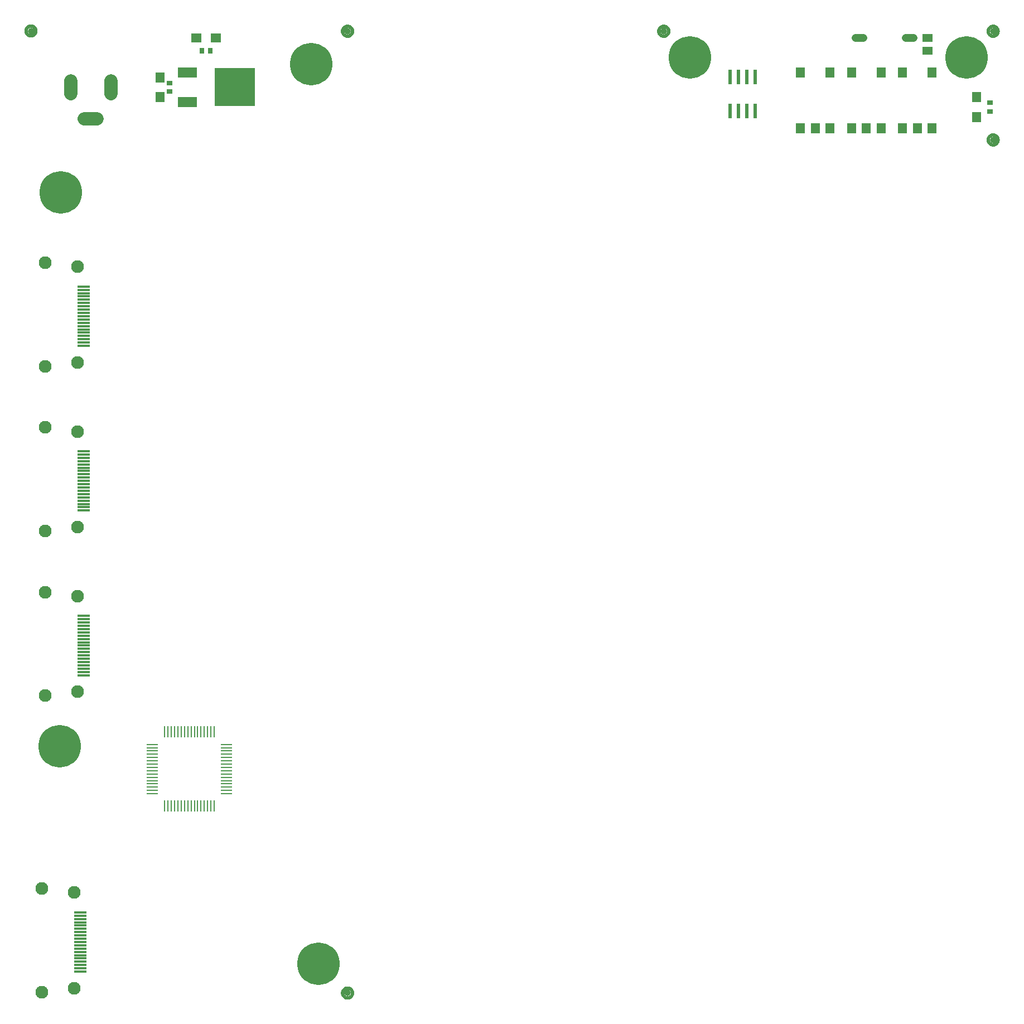
<source format=gbr>
G04 EAGLE Gerber RS-274X export*
G75*
%MOMM*%
%FSLAX34Y34*%
%LPD*%
%INSoldermask Top*%
%IPPOS*%
%AMOC8*
5,1,8,0,0,1.08239X$1,22.5*%
G01*
%ADD10R,0.700000X0.900000*%
%ADD11R,0.900000X0.700000*%
%ADD12R,1.400000X1.600000*%
%ADD13R,1.600000X1.400000*%
%ADD14C,2.000000*%
%ADD15C,1.000000*%
%ADD16C,0.500000*%
%ADD17R,1.900000X0.300000*%
%ADD18C,1.950000*%
%ADD19R,0.600000X2.200000*%
%ADD20R,6.200000X5.800000*%
%ADD21R,3.000000X1.600000*%
%ADD22R,1.500000X1.300000*%
%ADD23C,1.219200*%
%ADD24C,6.451600*%
%ADD25R,1.651900X0.280000*%
%ADD26R,0.280000X1.651900*%


D10*
X291500Y1450000D03*
X278500Y1450000D03*
D11*
X230000Y1388500D03*
X230000Y1401500D03*
D12*
X1455000Y1380000D03*
X1455000Y1350000D03*
D11*
X1475000Y1371500D03*
X1475000Y1358500D03*
D13*
X300000Y1470000D03*
X270000Y1470000D03*
D12*
X215000Y1380000D03*
X215000Y1410000D03*
D14*
X141000Y1405000D02*
X141000Y1385000D01*
X80000Y1385000D02*
X80000Y1405000D01*
X100000Y1347000D02*
X120000Y1347000D01*
D15*
X19400Y1480400D03*
D16*
X19400Y1487900D02*
X19219Y1487898D01*
X19038Y1487891D01*
X18857Y1487880D01*
X18676Y1487865D01*
X18496Y1487845D01*
X18316Y1487821D01*
X18137Y1487793D01*
X17959Y1487760D01*
X17782Y1487723D01*
X17605Y1487682D01*
X17430Y1487637D01*
X17255Y1487587D01*
X17082Y1487533D01*
X16911Y1487475D01*
X16740Y1487413D01*
X16572Y1487346D01*
X16405Y1487276D01*
X16239Y1487202D01*
X16076Y1487123D01*
X15915Y1487041D01*
X15755Y1486955D01*
X15598Y1486865D01*
X15443Y1486771D01*
X15290Y1486674D01*
X15140Y1486572D01*
X14992Y1486468D01*
X14846Y1486359D01*
X14704Y1486248D01*
X14564Y1486132D01*
X14427Y1486014D01*
X14292Y1485892D01*
X14161Y1485767D01*
X14033Y1485639D01*
X13908Y1485508D01*
X13786Y1485373D01*
X13668Y1485236D01*
X13552Y1485096D01*
X13441Y1484954D01*
X13332Y1484808D01*
X13228Y1484660D01*
X13126Y1484510D01*
X13029Y1484357D01*
X12935Y1484202D01*
X12845Y1484045D01*
X12759Y1483885D01*
X12677Y1483724D01*
X12598Y1483561D01*
X12524Y1483395D01*
X12454Y1483228D01*
X12387Y1483060D01*
X12325Y1482889D01*
X12267Y1482718D01*
X12213Y1482545D01*
X12163Y1482370D01*
X12118Y1482195D01*
X12077Y1482018D01*
X12040Y1481841D01*
X12007Y1481663D01*
X11979Y1481484D01*
X11955Y1481304D01*
X11935Y1481124D01*
X11920Y1480943D01*
X11909Y1480762D01*
X11902Y1480581D01*
X11900Y1480400D01*
X19400Y1487900D02*
X19581Y1487898D01*
X19762Y1487891D01*
X19943Y1487880D01*
X20124Y1487865D01*
X20304Y1487845D01*
X20484Y1487821D01*
X20663Y1487793D01*
X20841Y1487760D01*
X21018Y1487723D01*
X21195Y1487682D01*
X21370Y1487637D01*
X21545Y1487587D01*
X21718Y1487533D01*
X21889Y1487475D01*
X22060Y1487413D01*
X22228Y1487346D01*
X22395Y1487276D01*
X22561Y1487202D01*
X22724Y1487123D01*
X22885Y1487041D01*
X23045Y1486955D01*
X23202Y1486865D01*
X23357Y1486771D01*
X23510Y1486674D01*
X23660Y1486572D01*
X23808Y1486468D01*
X23954Y1486359D01*
X24096Y1486248D01*
X24236Y1486132D01*
X24373Y1486014D01*
X24508Y1485892D01*
X24639Y1485767D01*
X24767Y1485639D01*
X24892Y1485508D01*
X25014Y1485373D01*
X25132Y1485236D01*
X25248Y1485096D01*
X25359Y1484954D01*
X25468Y1484808D01*
X25572Y1484660D01*
X25674Y1484510D01*
X25771Y1484357D01*
X25865Y1484202D01*
X25955Y1484045D01*
X26041Y1483885D01*
X26123Y1483724D01*
X26202Y1483561D01*
X26276Y1483395D01*
X26346Y1483228D01*
X26413Y1483060D01*
X26475Y1482889D01*
X26533Y1482718D01*
X26587Y1482545D01*
X26637Y1482370D01*
X26682Y1482195D01*
X26723Y1482018D01*
X26760Y1481841D01*
X26793Y1481663D01*
X26821Y1481484D01*
X26845Y1481304D01*
X26865Y1481124D01*
X26880Y1480943D01*
X26891Y1480762D01*
X26898Y1480581D01*
X26900Y1480400D01*
X26898Y1480219D01*
X26891Y1480038D01*
X26880Y1479857D01*
X26865Y1479676D01*
X26845Y1479496D01*
X26821Y1479316D01*
X26793Y1479137D01*
X26760Y1478959D01*
X26723Y1478782D01*
X26682Y1478605D01*
X26637Y1478430D01*
X26587Y1478255D01*
X26533Y1478082D01*
X26475Y1477911D01*
X26413Y1477740D01*
X26346Y1477572D01*
X26276Y1477405D01*
X26202Y1477239D01*
X26123Y1477076D01*
X26041Y1476915D01*
X25955Y1476755D01*
X25865Y1476598D01*
X25771Y1476443D01*
X25674Y1476290D01*
X25572Y1476140D01*
X25468Y1475992D01*
X25359Y1475846D01*
X25248Y1475704D01*
X25132Y1475564D01*
X25014Y1475427D01*
X24892Y1475292D01*
X24767Y1475161D01*
X24639Y1475033D01*
X24508Y1474908D01*
X24373Y1474786D01*
X24236Y1474668D01*
X24096Y1474552D01*
X23954Y1474441D01*
X23808Y1474332D01*
X23660Y1474228D01*
X23510Y1474126D01*
X23357Y1474029D01*
X23202Y1473935D01*
X23045Y1473845D01*
X22885Y1473759D01*
X22724Y1473677D01*
X22561Y1473598D01*
X22395Y1473524D01*
X22228Y1473454D01*
X22060Y1473387D01*
X21889Y1473325D01*
X21718Y1473267D01*
X21545Y1473213D01*
X21370Y1473163D01*
X21195Y1473118D01*
X21018Y1473077D01*
X20841Y1473040D01*
X20663Y1473007D01*
X20484Y1472979D01*
X20304Y1472955D01*
X20124Y1472935D01*
X19943Y1472920D01*
X19762Y1472909D01*
X19581Y1472902D01*
X19400Y1472900D01*
X19219Y1472902D01*
X19038Y1472909D01*
X18857Y1472920D01*
X18676Y1472935D01*
X18496Y1472955D01*
X18316Y1472979D01*
X18137Y1473007D01*
X17959Y1473040D01*
X17782Y1473077D01*
X17605Y1473118D01*
X17430Y1473163D01*
X17255Y1473213D01*
X17082Y1473267D01*
X16911Y1473325D01*
X16740Y1473387D01*
X16572Y1473454D01*
X16405Y1473524D01*
X16239Y1473598D01*
X16076Y1473677D01*
X15915Y1473759D01*
X15755Y1473845D01*
X15598Y1473935D01*
X15443Y1474029D01*
X15290Y1474126D01*
X15140Y1474228D01*
X14992Y1474332D01*
X14846Y1474441D01*
X14704Y1474552D01*
X14564Y1474668D01*
X14427Y1474786D01*
X14292Y1474908D01*
X14161Y1475033D01*
X14033Y1475161D01*
X13908Y1475292D01*
X13786Y1475427D01*
X13668Y1475564D01*
X13552Y1475704D01*
X13441Y1475846D01*
X13332Y1475992D01*
X13228Y1476140D01*
X13126Y1476290D01*
X13029Y1476443D01*
X12935Y1476598D01*
X12845Y1476755D01*
X12759Y1476915D01*
X12677Y1477076D01*
X12598Y1477239D01*
X12524Y1477405D01*
X12454Y1477572D01*
X12387Y1477740D01*
X12325Y1477911D01*
X12267Y1478082D01*
X12213Y1478255D01*
X12163Y1478430D01*
X12118Y1478605D01*
X12077Y1478782D01*
X12040Y1478959D01*
X12007Y1479137D01*
X11979Y1479316D01*
X11955Y1479496D01*
X11935Y1479676D01*
X11920Y1479857D01*
X11909Y1480038D01*
X11902Y1480219D01*
X11900Y1480400D01*
D15*
X500000Y20000D03*
D16*
X500000Y27500D02*
X499819Y27498D01*
X499638Y27491D01*
X499457Y27480D01*
X499276Y27465D01*
X499096Y27445D01*
X498916Y27421D01*
X498737Y27393D01*
X498559Y27360D01*
X498382Y27323D01*
X498205Y27282D01*
X498030Y27237D01*
X497855Y27187D01*
X497682Y27133D01*
X497511Y27075D01*
X497340Y27013D01*
X497172Y26946D01*
X497005Y26876D01*
X496839Y26802D01*
X496676Y26723D01*
X496515Y26641D01*
X496355Y26555D01*
X496198Y26465D01*
X496043Y26371D01*
X495890Y26274D01*
X495740Y26172D01*
X495592Y26068D01*
X495446Y25959D01*
X495304Y25848D01*
X495164Y25732D01*
X495027Y25614D01*
X494892Y25492D01*
X494761Y25367D01*
X494633Y25239D01*
X494508Y25108D01*
X494386Y24973D01*
X494268Y24836D01*
X494152Y24696D01*
X494041Y24554D01*
X493932Y24408D01*
X493828Y24260D01*
X493726Y24110D01*
X493629Y23957D01*
X493535Y23802D01*
X493445Y23645D01*
X493359Y23485D01*
X493277Y23324D01*
X493198Y23161D01*
X493124Y22995D01*
X493054Y22828D01*
X492987Y22660D01*
X492925Y22489D01*
X492867Y22318D01*
X492813Y22145D01*
X492763Y21970D01*
X492718Y21795D01*
X492677Y21618D01*
X492640Y21441D01*
X492607Y21263D01*
X492579Y21084D01*
X492555Y20904D01*
X492535Y20724D01*
X492520Y20543D01*
X492509Y20362D01*
X492502Y20181D01*
X492500Y20000D01*
X500000Y27500D02*
X500181Y27498D01*
X500362Y27491D01*
X500543Y27480D01*
X500724Y27465D01*
X500904Y27445D01*
X501084Y27421D01*
X501263Y27393D01*
X501441Y27360D01*
X501618Y27323D01*
X501795Y27282D01*
X501970Y27237D01*
X502145Y27187D01*
X502318Y27133D01*
X502489Y27075D01*
X502660Y27013D01*
X502828Y26946D01*
X502995Y26876D01*
X503161Y26802D01*
X503324Y26723D01*
X503485Y26641D01*
X503645Y26555D01*
X503802Y26465D01*
X503957Y26371D01*
X504110Y26274D01*
X504260Y26172D01*
X504408Y26068D01*
X504554Y25959D01*
X504696Y25848D01*
X504836Y25732D01*
X504973Y25614D01*
X505108Y25492D01*
X505239Y25367D01*
X505367Y25239D01*
X505492Y25108D01*
X505614Y24973D01*
X505732Y24836D01*
X505848Y24696D01*
X505959Y24554D01*
X506068Y24408D01*
X506172Y24260D01*
X506274Y24110D01*
X506371Y23957D01*
X506465Y23802D01*
X506555Y23645D01*
X506641Y23485D01*
X506723Y23324D01*
X506802Y23161D01*
X506876Y22995D01*
X506946Y22828D01*
X507013Y22660D01*
X507075Y22489D01*
X507133Y22318D01*
X507187Y22145D01*
X507237Y21970D01*
X507282Y21795D01*
X507323Y21618D01*
X507360Y21441D01*
X507393Y21263D01*
X507421Y21084D01*
X507445Y20904D01*
X507465Y20724D01*
X507480Y20543D01*
X507491Y20362D01*
X507498Y20181D01*
X507500Y20000D01*
X507498Y19819D01*
X507491Y19638D01*
X507480Y19457D01*
X507465Y19276D01*
X507445Y19096D01*
X507421Y18916D01*
X507393Y18737D01*
X507360Y18559D01*
X507323Y18382D01*
X507282Y18205D01*
X507237Y18030D01*
X507187Y17855D01*
X507133Y17682D01*
X507075Y17511D01*
X507013Y17340D01*
X506946Y17172D01*
X506876Y17005D01*
X506802Y16839D01*
X506723Y16676D01*
X506641Y16515D01*
X506555Y16355D01*
X506465Y16198D01*
X506371Y16043D01*
X506274Y15890D01*
X506172Y15740D01*
X506068Y15592D01*
X505959Y15446D01*
X505848Y15304D01*
X505732Y15164D01*
X505614Y15027D01*
X505492Y14892D01*
X505367Y14761D01*
X505239Y14633D01*
X505108Y14508D01*
X504973Y14386D01*
X504836Y14268D01*
X504696Y14152D01*
X504554Y14041D01*
X504408Y13932D01*
X504260Y13828D01*
X504110Y13726D01*
X503957Y13629D01*
X503802Y13535D01*
X503645Y13445D01*
X503485Y13359D01*
X503324Y13277D01*
X503161Y13198D01*
X502995Y13124D01*
X502828Y13054D01*
X502660Y12987D01*
X502489Y12925D01*
X502318Y12867D01*
X502145Y12813D01*
X501970Y12763D01*
X501795Y12718D01*
X501618Y12677D01*
X501441Y12640D01*
X501263Y12607D01*
X501084Y12579D01*
X500904Y12555D01*
X500724Y12535D01*
X500543Y12520D01*
X500362Y12509D01*
X500181Y12502D01*
X500000Y12500D01*
X499819Y12502D01*
X499638Y12509D01*
X499457Y12520D01*
X499276Y12535D01*
X499096Y12555D01*
X498916Y12579D01*
X498737Y12607D01*
X498559Y12640D01*
X498382Y12677D01*
X498205Y12718D01*
X498030Y12763D01*
X497855Y12813D01*
X497682Y12867D01*
X497511Y12925D01*
X497340Y12987D01*
X497172Y13054D01*
X497005Y13124D01*
X496839Y13198D01*
X496676Y13277D01*
X496515Y13359D01*
X496355Y13445D01*
X496198Y13535D01*
X496043Y13629D01*
X495890Y13726D01*
X495740Y13828D01*
X495592Y13932D01*
X495446Y14041D01*
X495304Y14152D01*
X495164Y14268D01*
X495027Y14386D01*
X494892Y14508D01*
X494761Y14633D01*
X494633Y14761D01*
X494508Y14892D01*
X494386Y15027D01*
X494268Y15164D01*
X494152Y15304D01*
X494041Y15446D01*
X493932Y15592D01*
X493828Y15740D01*
X493726Y15890D01*
X493629Y16043D01*
X493535Y16198D01*
X493445Y16355D01*
X493359Y16515D01*
X493277Y16676D01*
X493198Y16839D01*
X493124Y17005D01*
X493054Y17172D01*
X492987Y17340D01*
X492925Y17511D01*
X492867Y17682D01*
X492813Y17855D01*
X492763Y18030D01*
X492718Y18205D01*
X492677Y18382D01*
X492640Y18559D01*
X492607Y18737D01*
X492579Y18916D01*
X492555Y19096D01*
X492535Y19276D01*
X492520Y19457D01*
X492509Y19638D01*
X492502Y19819D01*
X492500Y20000D01*
D15*
X500000Y1480000D03*
D16*
X500000Y1487500D02*
X499819Y1487498D01*
X499638Y1487491D01*
X499457Y1487480D01*
X499276Y1487465D01*
X499096Y1487445D01*
X498916Y1487421D01*
X498737Y1487393D01*
X498559Y1487360D01*
X498382Y1487323D01*
X498205Y1487282D01*
X498030Y1487237D01*
X497855Y1487187D01*
X497682Y1487133D01*
X497511Y1487075D01*
X497340Y1487013D01*
X497172Y1486946D01*
X497005Y1486876D01*
X496839Y1486802D01*
X496676Y1486723D01*
X496515Y1486641D01*
X496355Y1486555D01*
X496198Y1486465D01*
X496043Y1486371D01*
X495890Y1486274D01*
X495740Y1486172D01*
X495592Y1486068D01*
X495446Y1485959D01*
X495304Y1485848D01*
X495164Y1485732D01*
X495027Y1485614D01*
X494892Y1485492D01*
X494761Y1485367D01*
X494633Y1485239D01*
X494508Y1485108D01*
X494386Y1484973D01*
X494268Y1484836D01*
X494152Y1484696D01*
X494041Y1484554D01*
X493932Y1484408D01*
X493828Y1484260D01*
X493726Y1484110D01*
X493629Y1483957D01*
X493535Y1483802D01*
X493445Y1483645D01*
X493359Y1483485D01*
X493277Y1483324D01*
X493198Y1483161D01*
X493124Y1482995D01*
X493054Y1482828D01*
X492987Y1482660D01*
X492925Y1482489D01*
X492867Y1482318D01*
X492813Y1482145D01*
X492763Y1481970D01*
X492718Y1481795D01*
X492677Y1481618D01*
X492640Y1481441D01*
X492607Y1481263D01*
X492579Y1481084D01*
X492555Y1480904D01*
X492535Y1480724D01*
X492520Y1480543D01*
X492509Y1480362D01*
X492502Y1480181D01*
X492500Y1480000D01*
X500000Y1487500D02*
X500181Y1487498D01*
X500362Y1487491D01*
X500543Y1487480D01*
X500724Y1487465D01*
X500904Y1487445D01*
X501084Y1487421D01*
X501263Y1487393D01*
X501441Y1487360D01*
X501618Y1487323D01*
X501795Y1487282D01*
X501970Y1487237D01*
X502145Y1487187D01*
X502318Y1487133D01*
X502489Y1487075D01*
X502660Y1487013D01*
X502828Y1486946D01*
X502995Y1486876D01*
X503161Y1486802D01*
X503324Y1486723D01*
X503485Y1486641D01*
X503645Y1486555D01*
X503802Y1486465D01*
X503957Y1486371D01*
X504110Y1486274D01*
X504260Y1486172D01*
X504408Y1486068D01*
X504554Y1485959D01*
X504696Y1485848D01*
X504836Y1485732D01*
X504973Y1485614D01*
X505108Y1485492D01*
X505239Y1485367D01*
X505367Y1485239D01*
X505492Y1485108D01*
X505614Y1484973D01*
X505732Y1484836D01*
X505848Y1484696D01*
X505959Y1484554D01*
X506068Y1484408D01*
X506172Y1484260D01*
X506274Y1484110D01*
X506371Y1483957D01*
X506465Y1483802D01*
X506555Y1483645D01*
X506641Y1483485D01*
X506723Y1483324D01*
X506802Y1483161D01*
X506876Y1482995D01*
X506946Y1482828D01*
X507013Y1482660D01*
X507075Y1482489D01*
X507133Y1482318D01*
X507187Y1482145D01*
X507237Y1481970D01*
X507282Y1481795D01*
X507323Y1481618D01*
X507360Y1481441D01*
X507393Y1481263D01*
X507421Y1481084D01*
X507445Y1480904D01*
X507465Y1480724D01*
X507480Y1480543D01*
X507491Y1480362D01*
X507498Y1480181D01*
X507500Y1480000D01*
X507498Y1479819D01*
X507491Y1479638D01*
X507480Y1479457D01*
X507465Y1479276D01*
X507445Y1479096D01*
X507421Y1478916D01*
X507393Y1478737D01*
X507360Y1478559D01*
X507323Y1478382D01*
X507282Y1478205D01*
X507237Y1478030D01*
X507187Y1477855D01*
X507133Y1477682D01*
X507075Y1477511D01*
X507013Y1477340D01*
X506946Y1477172D01*
X506876Y1477005D01*
X506802Y1476839D01*
X506723Y1476676D01*
X506641Y1476515D01*
X506555Y1476355D01*
X506465Y1476198D01*
X506371Y1476043D01*
X506274Y1475890D01*
X506172Y1475740D01*
X506068Y1475592D01*
X505959Y1475446D01*
X505848Y1475304D01*
X505732Y1475164D01*
X505614Y1475027D01*
X505492Y1474892D01*
X505367Y1474761D01*
X505239Y1474633D01*
X505108Y1474508D01*
X504973Y1474386D01*
X504836Y1474268D01*
X504696Y1474152D01*
X504554Y1474041D01*
X504408Y1473932D01*
X504260Y1473828D01*
X504110Y1473726D01*
X503957Y1473629D01*
X503802Y1473535D01*
X503645Y1473445D01*
X503485Y1473359D01*
X503324Y1473277D01*
X503161Y1473198D01*
X502995Y1473124D01*
X502828Y1473054D01*
X502660Y1472987D01*
X502489Y1472925D01*
X502318Y1472867D01*
X502145Y1472813D01*
X501970Y1472763D01*
X501795Y1472718D01*
X501618Y1472677D01*
X501441Y1472640D01*
X501263Y1472607D01*
X501084Y1472579D01*
X500904Y1472555D01*
X500724Y1472535D01*
X500543Y1472520D01*
X500362Y1472509D01*
X500181Y1472502D01*
X500000Y1472500D01*
X499819Y1472502D01*
X499638Y1472509D01*
X499457Y1472520D01*
X499276Y1472535D01*
X499096Y1472555D01*
X498916Y1472579D01*
X498737Y1472607D01*
X498559Y1472640D01*
X498382Y1472677D01*
X498205Y1472718D01*
X498030Y1472763D01*
X497855Y1472813D01*
X497682Y1472867D01*
X497511Y1472925D01*
X497340Y1472987D01*
X497172Y1473054D01*
X497005Y1473124D01*
X496839Y1473198D01*
X496676Y1473277D01*
X496515Y1473359D01*
X496355Y1473445D01*
X496198Y1473535D01*
X496043Y1473629D01*
X495890Y1473726D01*
X495740Y1473828D01*
X495592Y1473932D01*
X495446Y1474041D01*
X495304Y1474152D01*
X495164Y1474268D01*
X495027Y1474386D01*
X494892Y1474508D01*
X494761Y1474633D01*
X494633Y1474761D01*
X494508Y1474892D01*
X494386Y1475027D01*
X494268Y1475164D01*
X494152Y1475304D01*
X494041Y1475446D01*
X493932Y1475592D01*
X493828Y1475740D01*
X493726Y1475890D01*
X493629Y1476043D01*
X493535Y1476198D01*
X493445Y1476355D01*
X493359Y1476515D01*
X493277Y1476676D01*
X493198Y1476839D01*
X493124Y1477005D01*
X493054Y1477172D01*
X492987Y1477340D01*
X492925Y1477511D01*
X492867Y1477682D01*
X492813Y1477855D01*
X492763Y1478030D01*
X492718Y1478205D01*
X492677Y1478382D01*
X492640Y1478559D01*
X492607Y1478737D01*
X492579Y1478916D01*
X492555Y1479096D01*
X492535Y1479276D01*
X492520Y1479457D01*
X492509Y1479638D01*
X492502Y1479819D01*
X492500Y1480000D01*
D15*
X980000Y1480000D03*
D16*
X980000Y1487500D02*
X979819Y1487498D01*
X979638Y1487491D01*
X979457Y1487480D01*
X979276Y1487465D01*
X979096Y1487445D01*
X978916Y1487421D01*
X978737Y1487393D01*
X978559Y1487360D01*
X978382Y1487323D01*
X978205Y1487282D01*
X978030Y1487237D01*
X977855Y1487187D01*
X977682Y1487133D01*
X977511Y1487075D01*
X977340Y1487013D01*
X977172Y1486946D01*
X977005Y1486876D01*
X976839Y1486802D01*
X976676Y1486723D01*
X976515Y1486641D01*
X976355Y1486555D01*
X976198Y1486465D01*
X976043Y1486371D01*
X975890Y1486274D01*
X975740Y1486172D01*
X975592Y1486068D01*
X975446Y1485959D01*
X975304Y1485848D01*
X975164Y1485732D01*
X975027Y1485614D01*
X974892Y1485492D01*
X974761Y1485367D01*
X974633Y1485239D01*
X974508Y1485108D01*
X974386Y1484973D01*
X974268Y1484836D01*
X974152Y1484696D01*
X974041Y1484554D01*
X973932Y1484408D01*
X973828Y1484260D01*
X973726Y1484110D01*
X973629Y1483957D01*
X973535Y1483802D01*
X973445Y1483645D01*
X973359Y1483485D01*
X973277Y1483324D01*
X973198Y1483161D01*
X973124Y1482995D01*
X973054Y1482828D01*
X972987Y1482660D01*
X972925Y1482489D01*
X972867Y1482318D01*
X972813Y1482145D01*
X972763Y1481970D01*
X972718Y1481795D01*
X972677Y1481618D01*
X972640Y1481441D01*
X972607Y1481263D01*
X972579Y1481084D01*
X972555Y1480904D01*
X972535Y1480724D01*
X972520Y1480543D01*
X972509Y1480362D01*
X972502Y1480181D01*
X972500Y1480000D01*
X980000Y1487500D02*
X980181Y1487498D01*
X980362Y1487491D01*
X980543Y1487480D01*
X980724Y1487465D01*
X980904Y1487445D01*
X981084Y1487421D01*
X981263Y1487393D01*
X981441Y1487360D01*
X981618Y1487323D01*
X981795Y1487282D01*
X981970Y1487237D01*
X982145Y1487187D01*
X982318Y1487133D01*
X982489Y1487075D01*
X982660Y1487013D01*
X982828Y1486946D01*
X982995Y1486876D01*
X983161Y1486802D01*
X983324Y1486723D01*
X983485Y1486641D01*
X983645Y1486555D01*
X983802Y1486465D01*
X983957Y1486371D01*
X984110Y1486274D01*
X984260Y1486172D01*
X984408Y1486068D01*
X984554Y1485959D01*
X984696Y1485848D01*
X984836Y1485732D01*
X984973Y1485614D01*
X985108Y1485492D01*
X985239Y1485367D01*
X985367Y1485239D01*
X985492Y1485108D01*
X985614Y1484973D01*
X985732Y1484836D01*
X985848Y1484696D01*
X985959Y1484554D01*
X986068Y1484408D01*
X986172Y1484260D01*
X986274Y1484110D01*
X986371Y1483957D01*
X986465Y1483802D01*
X986555Y1483645D01*
X986641Y1483485D01*
X986723Y1483324D01*
X986802Y1483161D01*
X986876Y1482995D01*
X986946Y1482828D01*
X987013Y1482660D01*
X987075Y1482489D01*
X987133Y1482318D01*
X987187Y1482145D01*
X987237Y1481970D01*
X987282Y1481795D01*
X987323Y1481618D01*
X987360Y1481441D01*
X987393Y1481263D01*
X987421Y1481084D01*
X987445Y1480904D01*
X987465Y1480724D01*
X987480Y1480543D01*
X987491Y1480362D01*
X987498Y1480181D01*
X987500Y1480000D01*
X987498Y1479819D01*
X987491Y1479638D01*
X987480Y1479457D01*
X987465Y1479276D01*
X987445Y1479096D01*
X987421Y1478916D01*
X987393Y1478737D01*
X987360Y1478559D01*
X987323Y1478382D01*
X987282Y1478205D01*
X987237Y1478030D01*
X987187Y1477855D01*
X987133Y1477682D01*
X987075Y1477511D01*
X987013Y1477340D01*
X986946Y1477172D01*
X986876Y1477005D01*
X986802Y1476839D01*
X986723Y1476676D01*
X986641Y1476515D01*
X986555Y1476355D01*
X986465Y1476198D01*
X986371Y1476043D01*
X986274Y1475890D01*
X986172Y1475740D01*
X986068Y1475592D01*
X985959Y1475446D01*
X985848Y1475304D01*
X985732Y1475164D01*
X985614Y1475027D01*
X985492Y1474892D01*
X985367Y1474761D01*
X985239Y1474633D01*
X985108Y1474508D01*
X984973Y1474386D01*
X984836Y1474268D01*
X984696Y1474152D01*
X984554Y1474041D01*
X984408Y1473932D01*
X984260Y1473828D01*
X984110Y1473726D01*
X983957Y1473629D01*
X983802Y1473535D01*
X983645Y1473445D01*
X983485Y1473359D01*
X983324Y1473277D01*
X983161Y1473198D01*
X982995Y1473124D01*
X982828Y1473054D01*
X982660Y1472987D01*
X982489Y1472925D01*
X982318Y1472867D01*
X982145Y1472813D01*
X981970Y1472763D01*
X981795Y1472718D01*
X981618Y1472677D01*
X981441Y1472640D01*
X981263Y1472607D01*
X981084Y1472579D01*
X980904Y1472555D01*
X980724Y1472535D01*
X980543Y1472520D01*
X980362Y1472509D01*
X980181Y1472502D01*
X980000Y1472500D01*
X979819Y1472502D01*
X979638Y1472509D01*
X979457Y1472520D01*
X979276Y1472535D01*
X979096Y1472555D01*
X978916Y1472579D01*
X978737Y1472607D01*
X978559Y1472640D01*
X978382Y1472677D01*
X978205Y1472718D01*
X978030Y1472763D01*
X977855Y1472813D01*
X977682Y1472867D01*
X977511Y1472925D01*
X977340Y1472987D01*
X977172Y1473054D01*
X977005Y1473124D01*
X976839Y1473198D01*
X976676Y1473277D01*
X976515Y1473359D01*
X976355Y1473445D01*
X976198Y1473535D01*
X976043Y1473629D01*
X975890Y1473726D01*
X975740Y1473828D01*
X975592Y1473932D01*
X975446Y1474041D01*
X975304Y1474152D01*
X975164Y1474268D01*
X975027Y1474386D01*
X974892Y1474508D01*
X974761Y1474633D01*
X974633Y1474761D01*
X974508Y1474892D01*
X974386Y1475027D01*
X974268Y1475164D01*
X974152Y1475304D01*
X974041Y1475446D01*
X973932Y1475592D01*
X973828Y1475740D01*
X973726Y1475890D01*
X973629Y1476043D01*
X973535Y1476198D01*
X973445Y1476355D01*
X973359Y1476515D01*
X973277Y1476676D01*
X973198Y1476839D01*
X973124Y1477005D01*
X973054Y1477172D01*
X972987Y1477340D01*
X972925Y1477511D01*
X972867Y1477682D01*
X972813Y1477855D01*
X972763Y1478030D01*
X972718Y1478205D01*
X972677Y1478382D01*
X972640Y1478559D01*
X972607Y1478737D01*
X972579Y1478916D01*
X972555Y1479096D01*
X972535Y1479276D01*
X972520Y1479457D01*
X972509Y1479638D01*
X972502Y1479819D01*
X972500Y1480000D01*
D15*
X1480000Y1480000D03*
D16*
X1480000Y1487500D02*
X1479819Y1487498D01*
X1479638Y1487491D01*
X1479457Y1487480D01*
X1479276Y1487465D01*
X1479096Y1487445D01*
X1478916Y1487421D01*
X1478737Y1487393D01*
X1478559Y1487360D01*
X1478382Y1487323D01*
X1478205Y1487282D01*
X1478030Y1487237D01*
X1477855Y1487187D01*
X1477682Y1487133D01*
X1477511Y1487075D01*
X1477340Y1487013D01*
X1477172Y1486946D01*
X1477005Y1486876D01*
X1476839Y1486802D01*
X1476676Y1486723D01*
X1476515Y1486641D01*
X1476355Y1486555D01*
X1476198Y1486465D01*
X1476043Y1486371D01*
X1475890Y1486274D01*
X1475740Y1486172D01*
X1475592Y1486068D01*
X1475446Y1485959D01*
X1475304Y1485848D01*
X1475164Y1485732D01*
X1475027Y1485614D01*
X1474892Y1485492D01*
X1474761Y1485367D01*
X1474633Y1485239D01*
X1474508Y1485108D01*
X1474386Y1484973D01*
X1474268Y1484836D01*
X1474152Y1484696D01*
X1474041Y1484554D01*
X1473932Y1484408D01*
X1473828Y1484260D01*
X1473726Y1484110D01*
X1473629Y1483957D01*
X1473535Y1483802D01*
X1473445Y1483645D01*
X1473359Y1483485D01*
X1473277Y1483324D01*
X1473198Y1483161D01*
X1473124Y1482995D01*
X1473054Y1482828D01*
X1472987Y1482660D01*
X1472925Y1482489D01*
X1472867Y1482318D01*
X1472813Y1482145D01*
X1472763Y1481970D01*
X1472718Y1481795D01*
X1472677Y1481618D01*
X1472640Y1481441D01*
X1472607Y1481263D01*
X1472579Y1481084D01*
X1472555Y1480904D01*
X1472535Y1480724D01*
X1472520Y1480543D01*
X1472509Y1480362D01*
X1472502Y1480181D01*
X1472500Y1480000D01*
X1480000Y1487500D02*
X1480181Y1487498D01*
X1480362Y1487491D01*
X1480543Y1487480D01*
X1480724Y1487465D01*
X1480904Y1487445D01*
X1481084Y1487421D01*
X1481263Y1487393D01*
X1481441Y1487360D01*
X1481618Y1487323D01*
X1481795Y1487282D01*
X1481970Y1487237D01*
X1482145Y1487187D01*
X1482318Y1487133D01*
X1482489Y1487075D01*
X1482660Y1487013D01*
X1482828Y1486946D01*
X1482995Y1486876D01*
X1483161Y1486802D01*
X1483324Y1486723D01*
X1483485Y1486641D01*
X1483645Y1486555D01*
X1483802Y1486465D01*
X1483957Y1486371D01*
X1484110Y1486274D01*
X1484260Y1486172D01*
X1484408Y1486068D01*
X1484554Y1485959D01*
X1484696Y1485848D01*
X1484836Y1485732D01*
X1484973Y1485614D01*
X1485108Y1485492D01*
X1485239Y1485367D01*
X1485367Y1485239D01*
X1485492Y1485108D01*
X1485614Y1484973D01*
X1485732Y1484836D01*
X1485848Y1484696D01*
X1485959Y1484554D01*
X1486068Y1484408D01*
X1486172Y1484260D01*
X1486274Y1484110D01*
X1486371Y1483957D01*
X1486465Y1483802D01*
X1486555Y1483645D01*
X1486641Y1483485D01*
X1486723Y1483324D01*
X1486802Y1483161D01*
X1486876Y1482995D01*
X1486946Y1482828D01*
X1487013Y1482660D01*
X1487075Y1482489D01*
X1487133Y1482318D01*
X1487187Y1482145D01*
X1487237Y1481970D01*
X1487282Y1481795D01*
X1487323Y1481618D01*
X1487360Y1481441D01*
X1487393Y1481263D01*
X1487421Y1481084D01*
X1487445Y1480904D01*
X1487465Y1480724D01*
X1487480Y1480543D01*
X1487491Y1480362D01*
X1487498Y1480181D01*
X1487500Y1480000D01*
X1487498Y1479819D01*
X1487491Y1479638D01*
X1487480Y1479457D01*
X1487465Y1479276D01*
X1487445Y1479096D01*
X1487421Y1478916D01*
X1487393Y1478737D01*
X1487360Y1478559D01*
X1487323Y1478382D01*
X1487282Y1478205D01*
X1487237Y1478030D01*
X1487187Y1477855D01*
X1487133Y1477682D01*
X1487075Y1477511D01*
X1487013Y1477340D01*
X1486946Y1477172D01*
X1486876Y1477005D01*
X1486802Y1476839D01*
X1486723Y1476676D01*
X1486641Y1476515D01*
X1486555Y1476355D01*
X1486465Y1476198D01*
X1486371Y1476043D01*
X1486274Y1475890D01*
X1486172Y1475740D01*
X1486068Y1475592D01*
X1485959Y1475446D01*
X1485848Y1475304D01*
X1485732Y1475164D01*
X1485614Y1475027D01*
X1485492Y1474892D01*
X1485367Y1474761D01*
X1485239Y1474633D01*
X1485108Y1474508D01*
X1484973Y1474386D01*
X1484836Y1474268D01*
X1484696Y1474152D01*
X1484554Y1474041D01*
X1484408Y1473932D01*
X1484260Y1473828D01*
X1484110Y1473726D01*
X1483957Y1473629D01*
X1483802Y1473535D01*
X1483645Y1473445D01*
X1483485Y1473359D01*
X1483324Y1473277D01*
X1483161Y1473198D01*
X1482995Y1473124D01*
X1482828Y1473054D01*
X1482660Y1472987D01*
X1482489Y1472925D01*
X1482318Y1472867D01*
X1482145Y1472813D01*
X1481970Y1472763D01*
X1481795Y1472718D01*
X1481618Y1472677D01*
X1481441Y1472640D01*
X1481263Y1472607D01*
X1481084Y1472579D01*
X1480904Y1472555D01*
X1480724Y1472535D01*
X1480543Y1472520D01*
X1480362Y1472509D01*
X1480181Y1472502D01*
X1480000Y1472500D01*
X1479819Y1472502D01*
X1479638Y1472509D01*
X1479457Y1472520D01*
X1479276Y1472535D01*
X1479096Y1472555D01*
X1478916Y1472579D01*
X1478737Y1472607D01*
X1478559Y1472640D01*
X1478382Y1472677D01*
X1478205Y1472718D01*
X1478030Y1472763D01*
X1477855Y1472813D01*
X1477682Y1472867D01*
X1477511Y1472925D01*
X1477340Y1472987D01*
X1477172Y1473054D01*
X1477005Y1473124D01*
X1476839Y1473198D01*
X1476676Y1473277D01*
X1476515Y1473359D01*
X1476355Y1473445D01*
X1476198Y1473535D01*
X1476043Y1473629D01*
X1475890Y1473726D01*
X1475740Y1473828D01*
X1475592Y1473932D01*
X1475446Y1474041D01*
X1475304Y1474152D01*
X1475164Y1474268D01*
X1475027Y1474386D01*
X1474892Y1474508D01*
X1474761Y1474633D01*
X1474633Y1474761D01*
X1474508Y1474892D01*
X1474386Y1475027D01*
X1474268Y1475164D01*
X1474152Y1475304D01*
X1474041Y1475446D01*
X1473932Y1475592D01*
X1473828Y1475740D01*
X1473726Y1475890D01*
X1473629Y1476043D01*
X1473535Y1476198D01*
X1473445Y1476355D01*
X1473359Y1476515D01*
X1473277Y1476676D01*
X1473198Y1476839D01*
X1473124Y1477005D01*
X1473054Y1477172D01*
X1472987Y1477340D01*
X1472925Y1477511D01*
X1472867Y1477682D01*
X1472813Y1477855D01*
X1472763Y1478030D01*
X1472718Y1478205D01*
X1472677Y1478382D01*
X1472640Y1478559D01*
X1472607Y1478737D01*
X1472579Y1478916D01*
X1472555Y1479096D01*
X1472535Y1479276D01*
X1472520Y1479457D01*
X1472509Y1479638D01*
X1472502Y1479819D01*
X1472500Y1480000D01*
D15*
X1480000Y1315000D03*
D16*
X1480000Y1322500D02*
X1479819Y1322498D01*
X1479638Y1322491D01*
X1479457Y1322480D01*
X1479276Y1322465D01*
X1479096Y1322445D01*
X1478916Y1322421D01*
X1478737Y1322393D01*
X1478559Y1322360D01*
X1478382Y1322323D01*
X1478205Y1322282D01*
X1478030Y1322237D01*
X1477855Y1322187D01*
X1477682Y1322133D01*
X1477511Y1322075D01*
X1477340Y1322013D01*
X1477172Y1321946D01*
X1477005Y1321876D01*
X1476839Y1321802D01*
X1476676Y1321723D01*
X1476515Y1321641D01*
X1476355Y1321555D01*
X1476198Y1321465D01*
X1476043Y1321371D01*
X1475890Y1321274D01*
X1475740Y1321172D01*
X1475592Y1321068D01*
X1475446Y1320959D01*
X1475304Y1320848D01*
X1475164Y1320732D01*
X1475027Y1320614D01*
X1474892Y1320492D01*
X1474761Y1320367D01*
X1474633Y1320239D01*
X1474508Y1320108D01*
X1474386Y1319973D01*
X1474268Y1319836D01*
X1474152Y1319696D01*
X1474041Y1319554D01*
X1473932Y1319408D01*
X1473828Y1319260D01*
X1473726Y1319110D01*
X1473629Y1318957D01*
X1473535Y1318802D01*
X1473445Y1318645D01*
X1473359Y1318485D01*
X1473277Y1318324D01*
X1473198Y1318161D01*
X1473124Y1317995D01*
X1473054Y1317828D01*
X1472987Y1317660D01*
X1472925Y1317489D01*
X1472867Y1317318D01*
X1472813Y1317145D01*
X1472763Y1316970D01*
X1472718Y1316795D01*
X1472677Y1316618D01*
X1472640Y1316441D01*
X1472607Y1316263D01*
X1472579Y1316084D01*
X1472555Y1315904D01*
X1472535Y1315724D01*
X1472520Y1315543D01*
X1472509Y1315362D01*
X1472502Y1315181D01*
X1472500Y1315000D01*
X1480000Y1322500D02*
X1480181Y1322498D01*
X1480362Y1322491D01*
X1480543Y1322480D01*
X1480724Y1322465D01*
X1480904Y1322445D01*
X1481084Y1322421D01*
X1481263Y1322393D01*
X1481441Y1322360D01*
X1481618Y1322323D01*
X1481795Y1322282D01*
X1481970Y1322237D01*
X1482145Y1322187D01*
X1482318Y1322133D01*
X1482489Y1322075D01*
X1482660Y1322013D01*
X1482828Y1321946D01*
X1482995Y1321876D01*
X1483161Y1321802D01*
X1483324Y1321723D01*
X1483485Y1321641D01*
X1483645Y1321555D01*
X1483802Y1321465D01*
X1483957Y1321371D01*
X1484110Y1321274D01*
X1484260Y1321172D01*
X1484408Y1321068D01*
X1484554Y1320959D01*
X1484696Y1320848D01*
X1484836Y1320732D01*
X1484973Y1320614D01*
X1485108Y1320492D01*
X1485239Y1320367D01*
X1485367Y1320239D01*
X1485492Y1320108D01*
X1485614Y1319973D01*
X1485732Y1319836D01*
X1485848Y1319696D01*
X1485959Y1319554D01*
X1486068Y1319408D01*
X1486172Y1319260D01*
X1486274Y1319110D01*
X1486371Y1318957D01*
X1486465Y1318802D01*
X1486555Y1318645D01*
X1486641Y1318485D01*
X1486723Y1318324D01*
X1486802Y1318161D01*
X1486876Y1317995D01*
X1486946Y1317828D01*
X1487013Y1317660D01*
X1487075Y1317489D01*
X1487133Y1317318D01*
X1487187Y1317145D01*
X1487237Y1316970D01*
X1487282Y1316795D01*
X1487323Y1316618D01*
X1487360Y1316441D01*
X1487393Y1316263D01*
X1487421Y1316084D01*
X1487445Y1315904D01*
X1487465Y1315724D01*
X1487480Y1315543D01*
X1487491Y1315362D01*
X1487498Y1315181D01*
X1487500Y1315000D01*
X1487498Y1314819D01*
X1487491Y1314638D01*
X1487480Y1314457D01*
X1487465Y1314276D01*
X1487445Y1314096D01*
X1487421Y1313916D01*
X1487393Y1313737D01*
X1487360Y1313559D01*
X1487323Y1313382D01*
X1487282Y1313205D01*
X1487237Y1313030D01*
X1487187Y1312855D01*
X1487133Y1312682D01*
X1487075Y1312511D01*
X1487013Y1312340D01*
X1486946Y1312172D01*
X1486876Y1312005D01*
X1486802Y1311839D01*
X1486723Y1311676D01*
X1486641Y1311515D01*
X1486555Y1311355D01*
X1486465Y1311198D01*
X1486371Y1311043D01*
X1486274Y1310890D01*
X1486172Y1310740D01*
X1486068Y1310592D01*
X1485959Y1310446D01*
X1485848Y1310304D01*
X1485732Y1310164D01*
X1485614Y1310027D01*
X1485492Y1309892D01*
X1485367Y1309761D01*
X1485239Y1309633D01*
X1485108Y1309508D01*
X1484973Y1309386D01*
X1484836Y1309268D01*
X1484696Y1309152D01*
X1484554Y1309041D01*
X1484408Y1308932D01*
X1484260Y1308828D01*
X1484110Y1308726D01*
X1483957Y1308629D01*
X1483802Y1308535D01*
X1483645Y1308445D01*
X1483485Y1308359D01*
X1483324Y1308277D01*
X1483161Y1308198D01*
X1482995Y1308124D01*
X1482828Y1308054D01*
X1482660Y1307987D01*
X1482489Y1307925D01*
X1482318Y1307867D01*
X1482145Y1307813D01*
X1481970Y1307763D01*
X1481795Y1307718D01*
X1481618Y1307677D01*
X1481441Y1307640D01*
X1481263Y1307607D01*
X1481084Y1307579D01*
X1480904Y1307555D01*
X1480724Y1307535D01*
X1480543Y1307520D01*
X1480362Y1307509D01*
X1480181Y1307502D01*
X1480000Y1307500D01*
X1479819Y1307502D01*
X1479638Y1307509D01*
X1479457Y1307520D01*
X1479276Y1307535D01*
X1479096Y1307555D01*
X1478916Y1307579D01*
X1478737Y1307607D01*
X1478559Y1307640D01*
X1478382Y1307677D01*
X1478205Y1307718D01*
X1478030Y1307763D01*
X1477855Y1307813D01*
X1477682Y1307867D01*
X1477511Y1307925D01*
X1477340Y1307987D01*
X1477172Y1308054D01*
X1477005Y1308124D01*
X1476839Y1308198D01*
X1476676Y1308277D01*
X1476515Y1308359D01*
X1476355Y1308445D01*
X1476198Y1308535D01*
X1476043Y1308629D01*
X1475890Y1308726D01*
X1475740Y1308828D01*
X1475592Y1308932D01*
X1475446Y1309041D01*
X1475304Y1309152D01*
X1475164Y1309268D01*
X1475027Y1309386D01*
X1474892Y1309508D01*
X1474761Y1309633D01*
X1474633Y1309761D01*
X1474508Y1309892D01*
X1474386Y1310027D01*
X1474268Y1310164D01*
X1474152Y1310304D01*
X1474041Y1310446D01*
X1473932Y1310592D01*
X1473828Y1310740D01*
X1473726Y1310890D01*
X1473629Y1311043D01*
X1473535Y1311198D01*
X1473445Y1311355D01*
X1473359Y1311515D01*
X1473277Y1311676D01*
X1473198Y1311839D01*
X1473124Y1312005D01*
X1473054Y1312172D01*
X1472987Y1312340D01*
X1472925Y1312511D01*
X1472867Y1312682D01*
X1472813Y1312855D01*
X1472763Y1313030D01*
X1472718Y1313205D01*
X1472677Y1313382D01*
X1472640Y1313559D01*
X1472607Y1313737D01*
X1472579Y1313916D01*
X1472555Y1314096D01*
X1472535Y1314276D01*
X1472520Y1314457D01*
X1472509Y1314638D01*
X1472502Y1314819D01*
X1472500Y1315000D01*
D17*
X99500Y1047500D03*
X99500Y1042500D03*
X99500Y1037500D03*
X99500Y1032500D03*
X99500Y1027500D03*
X99500Y1022500D03*
X99500Y1017500D03*
X99500Y1012500D03*
X99500Y1007500D03*
X99500Y1002500D03*
X99500Y1052500D03*
X99500Y1057500D03*
X99500Y1062500D03*
X99500Y1067500D03*
X99500Y1072500D03*
X99500Y1077500D03*
X99500Y1082500D03*
X99500Y1087500D03*
X99500Y1092500D03*
D18*
X90000Y1122500D03*
X90000Y977500D03*
X41000Y971500D03*
X41000Y1128500D03*
D17*
X99500Y797500D03*
X99500Y792500D03*
X99500Y787500D03*
X99500Y782500D03*
X99500Y777500D03*
X99500Y772500D03*
X99500Y767500D03*
X99500Y762500D03*
X99500Y757500D03*
X99500Y752500D03*
X99500Y802500D03*
X99500Y807500D03*
X99500Y812500D03*
X99500Y817500D03*
X99500Y822500D03*
X99500Y827500D03*
X99500Y832500D03*
X99500Y837500D03*
X99500Y842500D03*
D18*
X90000Y872500D03*
X90000Y727500D03*
X41000Y721500D03*
X41000Y878500D03*
D17*
X99500Y547500D03*
X99500Y542500D03*
X99500Y537500D03*
X99500Y532500D03*
X99500Y527500D03*
X99500Y522500D03*
X99500Y517500D03*
X99500Y512500D03*
X99500Y507500D03*
X99500Y502500D03*
X99500Y552500D03*
X99500Y557500D03*
X99500Y562500D03*
X99500Y567500D03*
X99500Y572500D03*
X99500Y577500D03*
X99500Y582500D03*
X99500Y587500D03*
X99500Y592500D03*
D18*
X90000Y622500D03*
X90000Y477500D03*
X41000Y471500D03*
X41000Y628500D03*
D17*
X94500Y97500D03*
X94500Y92500D03*
X94500Y87500D03*
X94500Y82500D03*
X94500Y77500D03*
X94500Y72500D03*
X94500Y67500D03*
X94500Y62500D03*
X94500Y57500D03*
X94500Y52500D03*
X94500Y102500D03*
X94500Y107500D03*
X94500Y112500D03*
X94500Y117500D03*
X94500Y122500D03*
X94500Y127500D03*
X94500Y132500D03*
X94500Y137500D03*
X94500Y142500D03*
D18*
X85000Y172500D03*
X85000Y27500D03*
X36000Y21500D03*
X36000Y178500D03*
D19*
X1106350Y1411000D03*
X1106350Y1359000D03*
X1119050Y1411000D03*
X1093650Y1411000D03*
X1080950Y1411000D03*
X1119050Y1359000D03*
X1093650Y1359000D03*
X1080950Y1359000D03*
D20*
X328800Y1395000D03*
D21*
X257000Y1417800D03*
X257000Y1372200D03*
D22*
X1380000Y1450500D03*
X1380000Y1469500D03*
D23*
X1359196Y1470000D02*
X1347004Y1470000D01*
X1282996Y1470000D02*
X1270804Y1470000D01*
D12*
X1342500Y1417000D03*
X1342500Y1333000D03*
X1365000Y1333000D03*
X1387500Y1333000D03*
X1387500Y1417000D03*
X1265000Y1417000D03*
X1265000Y1333000D03*
X1287500Y1333000D03*
X1310000Y1333000D03*
X1310000Y1417000D03*
X1187500Y1417000D03*
X1187500Y1333000D03*
X1210000Y1333000D03*
X1232500Y1333000D03*
X1232500Y1417000D03*
D24*
X1440000Y1440000D03*
X455900Y64500D03*
X1020000Y1440000D03*
X63100Y394500D03*
X65000Y1235000D03*
X445000Y1430000D03*
D25*
X203683Y397500D03*
X203683Y392500D03*
X203683Y387500D03*
X203683Y382500D03*
X203683Y377500D03*
X203683Y372500D03*
X203683Y367500D03*
X203683Y362500D03*
X203683Y357500D03*
X203683Y352500D03*
X203683Y347500D03*
X203683Y342500D03*
X203683Y337500D03*
X203683Y332500D03*
X203683Y327500D03*
X203683Y322500D03*
D26*
X222500Y303683D03*
X227500Y303683D03*
X232500Y303683D03*
X237500Y303683D03*
X242500Y303683D03*
X247500Y303683D03*
X252500Y303683D03*
X257500Y303683D03*
X262500Y303683D03*
X267500Y303683D03*
X272500Y303683D03*
X277500Y303683D03*
X282500Y303683D03*
X287500Y303683D03*
X292500Y303683D03*
X297500Y303683D03*
D25*
X316317Y322500D03*
X316317Y327500D03*
X316317Y332500D03*
X316317Y337500D03*
X316317Y342500D03*
X316317Y347500D03*
X316317Y352500D03*
X316317Y357500D03*
X316317Y362500D03*
X316317Y367500D03*
X316317Y372500D03*
X316317Y377500D03*
X316317Y382500D03*
X316317Y387500D03*
X316317Y392500D03*
X316317Y397500D03*
D26*
X297500Y416317D03*
X292500Y416317D03*
X287500Y416317D03*
X282500Y416317D03*
X277500Y416317D03*
X272500Y416317D03*
X267500Y416317D03*
X262500Y416317D03*
X257500Y416317D03*
X252500Y416317D03*
X247500Y416317D03*
X242500Y416317D03*
X237500Y416317D03*
X232500Y416317D03*
X227500Y416317D03*
X222500Y416317D03*
M02*

</source>
